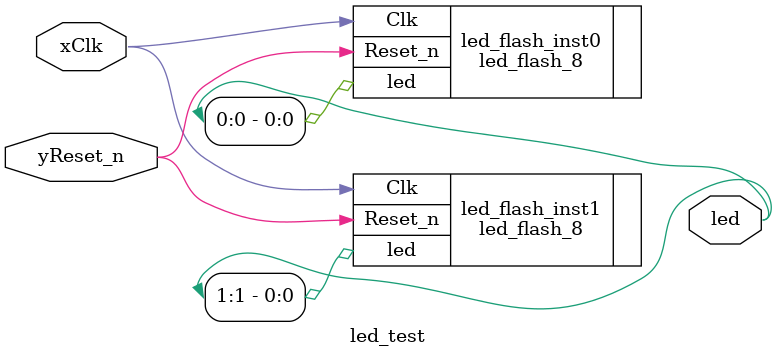
<source format=v>
module led_test(
    xClk, 
    yReset_n,
    led
);
input xClk;
input yReset_n;
output [1:0]led;

led_flash_8 led_flash_inst0(
    .Clk(xClk), 
    .Reset_n(yReset_n),
    .led(led[0])
);
defparam led_flash_inst0.MCNT = 2499;//50us

led_flash_8 led_flash_inst1(
    .Clk(xClk), 
    .Reset_n(yReset_n),
    .led(led[1])
);
defparam led_flash_inst1.MCNT = 24999;//500us

endmodule
</source>
